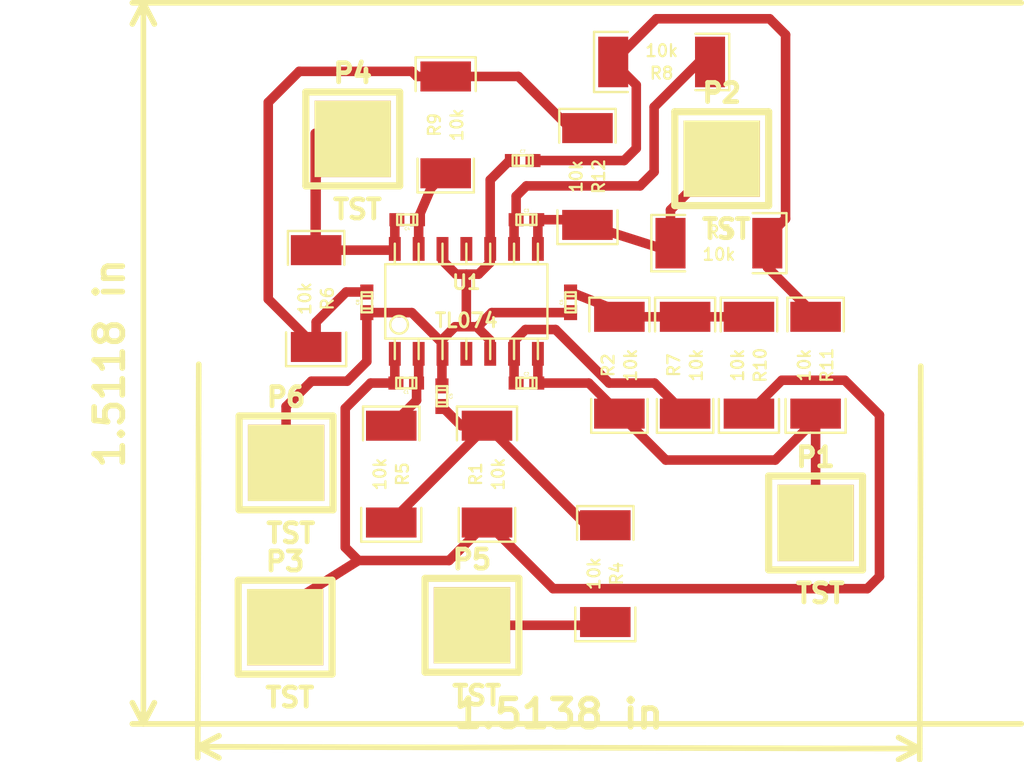
<source format=kicad_pcb>
(kicad_pcb (version 3) (host pcbnew "(2013-07-07 BZR 4022)-stable")

  (general
    (links 44)
    (no_connects 0)
    (area 0 0 0 0)
    (thickness 1.6)
    (drawings 2)
    (tracks 139)
    (zones 0)
    (modules 27)
    (nets 15)
  )

  (page A3)
  (layers
    (15 F.Cu signal)
    (0 B.Cu signal)
    (16 B.Adhes user)
    (17 F.Adhes user)
    (18 B.Paste user)
    (19 F.Paste user)
    (20 B.SilkS user)
    (21 F.SilkS user)
    (22 B.Mask user)
    (23 F.Mask user)
    (24 Dwgs.User user)
    (25 Cmts.User user)
    (26 Eco1.User user)
    (27 Eco2.User user)
    (28 Edge.Cuts user)
  )

  (setup
    (last_trace_width 0.508)
    (user_trace_width 0.508)
    (trace_clearance 0.254)
    (zone_clearance 0.508)
    (zone_45_only no)
    (trace_min 0.254)
    (segment_width 0.2)
    (edge_width 0.1)
    (via_size 0.889)
    (via_drill 0.635)
    (via_min_size 0.889)
    (via_min_drill 0.508)
    (uvia_size 0.508)
    (uvia_drill 0.127)
    (uvias_allowed no)
    (uvia_min_size 0.508)
    (uvia_min_drill 0.127)
    (pcb_text_width 0.3)
    (pcb_text_size 1.5 1.5)
    (mod_edge_width 0.15)
    (mod_text_size 1 1)
    (mod_text_width 0.15)
    (pad_size 1.5 1.5)
    (pad_drill 0.6)
    (pad_to_mask_clearance 0)
    (aux_axis_origin 0 0)
    (visible_elements FFFFFFBF)
    (pcbplotparams
      (layerselection 3178497)
      (usegerberextensions true)
      (excludeedgelayer true)
      (linewidth 0.150000)
      (plotframeref false)
      (viasonmask false)
      (mode 1)
      (useauxorigin false)
      (hpglpennumber 1)
      (hpglpenspeed 20)
      (hpglpendiameter 15)
      (hpglpenoverlay 2)
      (psnegative false)
      (psa4output false)
      (plotreference true)
      (plotvalue true)
      (plotothertext true)
      (plotinvisibletext false)
      (padsonsilk false)
      (subtractmaskfromsilk false)
      (outputformat 1)
      (mirror false)
      (drillshape 1)
      (scaleselection 1)
      (outputdirectory ""))
  )

  (net 0 "")
  (net 1 AGND)
  (net 2 N-0000010)
  (net 3 N-0000011)
  (net 4 N-0000012)
  (net 5 N-0000013)
  (net 6 N-0000014)
  (net 7 N-0000015)
  (net 8 N-0000016)
  (net 9 N-000002)
  (net 10 N-000005)
  (net 11 N-000006)
  (net 12 N-000007)
  (net 13 N-000008)
  (net 14 N-000009)

  (net_class Default "This is the default net class."
    (clearance 0.254)
    (trace_width 0.254)
    (via_dia 0.889)
    (via_drill 0.635)
    (uvia_dia 0.508)
    (uvia_drill 0.127)
    (add_net "")
    (add_net AGND)
    (add_net N-0000010)
    (add_net N-0000011)
    (add_net N-0000012)
    (add_net N-0000013)
    (add_net N-0000014)
    (add_net N-0000015)
    (add_net N-0000016)
    (add_net N-000002)
    (add_net N-000005)
    (add_net N-000006)
    (add_net N-000007)
    (add_net N-000008)
    (add_net N-000009)
  )

  (module so-14 (layer F.Cu) (tedit 48A6BF8F) (tstamp 53166A09)
    (at 41.4 31.3)
    (descr SO-14)
    (path /5316679D)
    (attr smd)
    (fp_text reference U1 (at 0 -1.016) (layer F.SilkS)
      (effects (font (size 0.7493 0.7493) (thickness 0.14986)))
    )
    (fp_text value TL074 (at 0 1.016) (layer F.SilkS)
      (effects (font (size 0.7493 0.7493) (thickness 0.14986)))
    )
    (fp_line (start -4.318 -1.9812) (end -4.318 1.9812) (layer F.SilkS) (width 0.127))
    (fp_line (start -4.318 1.9812) (end 4.318 1.9812) (layer F.SilkS) (width 0.127))
    (fp_line (start 4.318 1.9812) (end 4.318 -1.9812) (layer F.SilkS) (width 0.127))
    (fp_line (start 4.318 -1.9812) (end -4.318 -1.9812) (layer F.SilkS) (width 0.127))
    (fp_line (start -2.54 -1.9812) (end -2.54 -3.0734) (layer F.SilkS) (width 0.127))
    (fp_line (start -1.27 -1.9812) (end -1.27 -3.0734) (layer F.SilkS) (width 0.127))
    (fp_line (start 0 -1.9812) (end 0 -3.0734) (layer F.SilkS) (width 0.127))
    (fp_line (start -3.81 -1.9812) (end -3.81 -3.0734) (layer F.SilkS) (width 0.127))
    (fp_line (start 1.27 -3.0734) (end 1.27 -1.9812) (layer F.SilkS) (width 0.127))
    (fp_line (start 2.54 -3.0734) (end 2.54 -1.9812) (layer F.SilkS) (width 0.127))
    (fp_line (start 3.81 -3.0734) (end 3.81 -1.9812) (layer F.SilkS) (width 0.127))
    (fp_line (start 3.81 1.9812) (end 3.81 3.0734) (layer F.SilkS) (width 0.127))
    (fp_line (start 2.54 1.9812) (end 2.54 3.0734) (layer F.SilkS) (width 0.127))
    (fp_line (start -3.81 1.9812) (end -3.81 3.0734) (layer F.SilkS) (width 0.127))
    (fp_line (start -2.54 3.0734) (end -2.54 1.9812) (layer F.SilkS) (width 0.127))
    (fp_line (start 1.27 3.0734) (end 1.27 1.9812) (layer F.SilkS) (width 0.127))
    (fp_line (start 0 3.0734) (end 0 1.9812) (layer F.SilkS) (width 0.127))
    (fp_line (start -1.27 3.0734) (end -1.27 1.9812) (layer F.SilkS) (width 0.127))
    (fp_circle (center -3.5814 1.2446) (end -3.8608 1.6256) (layer F.SilkS) (width 0.127))
    (pad 1 smd rect (at -3.81 2.794) (size 0.635 1.27)
      (layers F.Cu F.Paste F.Mask)
      (net 12 N-000007)
    )
    (pad 2 smd rect (at -2.54 2.794) (size 0.635 1.27)
      (layers F.Cu F.Paste F.Mask)
      (net 9 N-000002)
    )
    (pad 3 smd rect (at -1.27 2.794) (size 0.635 1.27)
      (layers F.Cu F.Paste F.Mask)
      (net 1 AGND)
    )
    (pad 4 smd rect (at 0 2.794) (size 0.635 1.27)
      (layers F.Cu F.Paste F.Mask)
    )
    (pad 5 smd rect (at 1.27 2.794) (size 0.635 1.27)
      (layers F.Cu F.Paste F.Mask)
      (net 1 AGND)
    )
    (pad 6 smd rect (at 2.54 2.794) (size 0.635 1.27)
      (layers F.Cu F.Paste F.Mask)
      (net 13 N-000008)
    )
    (pad 7 smd rect (at 3.81 2.794) (size 0.635 1.27)
      (layers F.Cu F.Paste F.Mask)
      (net 6 N-0000014)
    )
    (pad 8 smd rect (at 3.81 -2.794) (size 0.635 1.27)
      (layers F.Cu F.Paste F.Mask)
      (net 10 N-000005)
    )
    (pad 9 smd rect (at 2.54 -2.794) (size 0.635 1.27)
      (layers F.Cu F.Paste F.Mask)
      (net 14 N-000009)
    )
    (pad 10 smd rect (at 1.27 -2.794) (size 0.635 1.27)
      (layers F.Cu F.Paste F.Mask)
      (net 1 AGND)
    )
    (pad 11 smd rect (at 0 -2.794) (size 0.635 1.27)
      (layers F.Cu F.Paste F.Mask)
    )
    (pad 12 smd rect (at -1.27 -2.794) (size 0.635 1.27)
      (layers F.Cu F.Paste F.Mask)
      (net 1 AGND)
    )
    (pad 13 smd rect (at -2.54 -2.794) (size 0.635 1.27)
      (layers F.Cu F.Paste F.Mask)
      (net 11 N-000006)
    )
    (pad 14 smd rect (at -3.81 -2.794) (size 0.635 1.27)
      (layers F.Cu F.Paste F.Mask)
      (net 8 N-0000016)
    )
    (model smd/smd_dil/so-14.wrl
      (at (xyz 0 0 0))
      (scale (xyz 1 1 1))
      (rotate (xyz 0 0 0))
    )
  )

  (module r_2010 (layer F.Cu) (tedit 4E57AD50) (tstamp 53166A15)
    (at 47.85 24.65 270)
    (descr "SMT resistor, 2010")
    (path /530A9780)
    (fp_text reference R12 (at 0 -0.59944 270) (layer F.SilkS)
      (effects (font (size 0.635 0.635) (thickness 0.11938)))
    )
    (fp_text value 10k (at 0 0.59944 270) (layer F.SilkS)
      (effects (font (size 0.635 0.635) (thickness 0.11938)))
    )
    (fp_line (start 1.80086 -1.6002) (end 3.59918 -1.6002) (layer F.SilkS) (width 0.127))
    (fp_line (start 3.59918 -1.6002) (end 3.59918 1.6002) (layer F.SilkS) (width 0.127))
    (fp_line (start 3.59918 1.6002) (end 1.80086 1.6002) (layer F.SilkS) (width 0.127))
    (fp_line (start -1.80086 -1.50114) (end -3.59918 -1.50114) (layer F.SilkS) (width 0.127))
    (fp_line (start -3.59918 -1.50114) (end -3.59918 1.50114) (layer F.SilkS) (width 0.127))
    (fp_line (start -3.59918 1.50114) (end -1.80086 1.50114) (layer F.SilkS) (width 0.127))
    (pad 1 smd rect (at 2.5781 0 270) (size 1.6002 2.6924)
      (layers F.Cu F.Paste F.Mask)
      (net 10 N-000005)
    )
    (pad 2 smd rect (at -2.5781 0 270) (size 1.6002 2.6924)
      (layers F.Cu F.Paste F.Mask)
      (net 4 N-0000012)
    )
    (model smd/resistors/r_2010.wrl
      (at (xyz 0 0 0))
      (scale (xyz 1 1 1))
      (rotate (xyz 0 0 0))
    )
  )

  (module r_2010 (layer F.Cu) (tedit 4E57AD50) (tstamp 53166A21)
    (at 53.05 34.7 90)
    (descr "SMT resistor, 2010")
    (path /53166DF4)
    (fp_text reference R7 (at 0 -0.59944 90) (layer F.SilkS)
      (effects (font (size 0.635 0.635) (thickness 0.11938)))
    )
    (fp_text value 10k (at 0 0.59944 90) (layer F.SilkS)
      (effects (font (size 0.635 0.635) (thickness 0.11938)))
    )
    (fp_line (start 1.80086 -1.6002) (end 3.59918 -1.6002) (layer F.SilkS) (width 0.127))
    (fp_line (start 3.59918 -1.6002) (end 3.59918 1.6002) (layer F.SilkS) (width 0.127))
    (fp_line (start 3.59918 1.6002) (end 1.80086 1.6002) (layer F.SilkS) (width 0.127))
    (fp_line (start -1.80086 -1.50114) (end -3.59918 -1.50114) (layer F.SilkS) (width 0.127))
    (fp_line (start -3.59918 -1.50114) (end -3.59918 1.50114) (layer F.SilkS) (width 0.127))
    (fp_line (start -3.59918 1.50114) (end -1.80086 1.50114) (layer F.SilkS) (width 0.127))
    (pad 1 smd rect (at 2.5781 0 90) (size 1.6002 2.6924)
      (layers F.Cu F.Paste F.Mask)
      (net 5 N-0000013)
    )
    (pad 2 smd rect (at -2.5781 0 90) (size 1.6002 2.6924)
      (layers F.Cu F.Paste F.Mask)
      (net 13 N-000008)
    )
    (model smd/resistors/r_2010.wrl
      (at (xyz 0 0 0))
      (scale (xyz 1 1 1))
      (rotate (xyz 0 0 0))
    )
  )

  (module r_2010 (layer F.Cu) (tedit 4E57AD50) (tstamp 53166A2D)
    (at 33.4 31.15 270)
    (descr "SMT resistor, 2010")
    (path /530A9798)
    (fp_text reference R6 (at 0 -0.59944 270) (layer F.SilkS)
      (effects (font (size 0.635 0.635) (thickness 0.11938)))
    )
    (fp_text value 10k (at 0 0.59944 270) (layer F.SilkS)
      (effects (font (size 0.635 0.635) (thickness 0.11938)))
    )
    (fp_line (start 1.80086 -1.6002) (end 3.59918 -1.6002) (layer F.SilkS) (width 0.127))
    (fp_line (start 3.59918 -1.6002) (end 3.59918 1.6002) (layer F.SilkS) (width 0.127))
    (fp_line (start 3.59918 1.6002) (end 1.80086 1.6002) (layer F.SilkS) (width 0.127))
    (fp_line (start -1.80086 -1.50114) (end -3.59918 -1.50114) (layer F.SilkS) (width 0.127))
    (fp_line (start -3.59918 -1.50114) (end -3.59918 1.50114) (layer F.SilkS) (width 0.127))
    (fp_line (start -3.59918 1.50114) (end -1.80086 1.50114) (layer F.SilkS) (width 0.127))
    (pad 1 smd rect (at 2.5781 0 270) (size 1.6002 2.6924)
      (layers F.Cu F.Paste F.Mask)
      (net 4 N-0000012)
    )
    (pad 2 smd rect (at -2.5781 0 270) (size 1.6002 2.6924)
      (layers F.Cu F.Paste F.Mask)
      (net 8 N-0000016)
    )
    (model smd/resistors/r_2010.wrl
      (at (xyz 0 0 0))
      (scale (xyz 1 1 1))
      (rotate (xyz 0 0 0))
    )
  )

  (module r_2010 (layer F.Cu) (tedit 4E57AD50) (tstamp 53166A39)
    (at 40.3 21.9 90)
    (descr "SMT resistor, 2010")
    (path /530A9786)
    (fp_text reference R9 (at 0 -0.59944 90) (layer F.SilkS)
      (effects (font (size 0.635 0.635) (thickness 0.11938)))
    )
    (fp_text value 10k (at 0 0.59944 90) (layer F.SilkS)
      (effects (font (size 0.635 0.635) (thickness 0.11938)))
    )
    (fp_line (start 1.80086 -1.6002) (end 3.59918 -1.6002) (layer F.SilkS) (width 0.127))
    (fp_line (start 3.59918 -1.6002) (end 3.59918 1.6002) (layer F.SilkS) (width 0.127))
    (fp_line (start 3.59918 1.6002) (end 1.80086 1.6002) (layer F.SilkS) (width 0.127))
    (fp_line (start -1.80086 -1.50114) (end -3.59918 -1.50114) (layer F.SilkS) (width 0.127))
    (fp_line (start -3.59918 -1.50114) (end -3.59918 1.50114) (layer F.SilkS) (width 0.127))
    (fp_line (start -3.59918 1.50114) (end -1.80086 1.50114) (layer F.SilkS) (width 0.127))
    (pad 1 smd rect (at 2.5781 0 90) (size 1.6002 2.6924)
      (layers F.Cu F.Paste F.Mask)
      (net 4 N-0000012)
    )
    (pad 2 smd rect (at -2.5781 0 90) (size 1.6002 2.6924)
      (layers F.Cu F.Paste F.Mask)
      (net 11 N-000006)
    )
    (model smd/resistors/r_2010.wrl
      (at (xyz 0 0 0))
      (scale (xyz 1 1 1))
      (rotate (xyz 0 0 0))
    )
  )

  (module r_2010 (layer F.Cu) (tedit 4E57AD50) (tstamp 53166A45)
    (at 48.8 45.8 270)
    (descr "SMT resistor, 2010")
    (path /53026A05)
    (fp_text reference R4 (at 0 -0.59944 270) (layer F.SilkS)
      (effects (font (size 0.635 0.635) (thickness 0.11938)))
    )
    (fp_text value 10k (at 0 0.59944 270) (layer F.SilkS)
      (effects (font (size 0.635 0.635) (thickness 0.11938)))
    )
    (fp_line (start 1.80086 -1.6002) (end 3.59918 -1.6002) (layer F.SilkS) (width 0.127))
    (fp_line (start 3.59918 -1.6002) (end 3.59918 1.6002) (layer F.SilkS) (width 0.127))
    (fp_line (start 3.59918 1.6002) (end 1.80086 1.6002) (layer F.SilkS) (width 0.127))
    (fp_line (start -1.80086 -1.50114) (end -3.59918 -1.50114) (layer F.SilkS) (width 0.127))
    (fp_line (start -3.59918 -1.50114) (end -3.59918 1.50114) (layer F.SilkS) (width 0.127))
    (fp_line (start -3.59918 1.50114) (end -1.80086 1.50114) (layer F.SilkS) (width 0.127))
    (pad 1 smd rect (at 2.5781 0 270) (size 1.6002 2.6924)
      (layers F.Cu F.Paste F.Mask)
      (net 7 N-0000015)
    )
    (pad 2 smd rect (at -2.5781 0 270) (size 1.6002 2.6924)
      (layers F.Cu F.Paste F.Mask)
      (net 3 N-0000011)
    )
    (model smd/resistors/r_2010.wrl
      (at (xyz 0 0 0))
      (scale (xyz 1 1 1))
      (rotate (xyz 0 0 0))
    )
  )

  (module r_2010 (layer F.Cu) (tedit 4E57AD50) (tstamp 53166A51)
    (at 54.85 28.2)
    (descr "SMT resistor, 2010")
    (path /530A94AE)
    (fp_text reference R3 (at 0 -0.59944) (layer F.SilkS)
      (effects (font (size 0.635 0.635) (thickness 0.11938)))
    )
    (fp_text value 10k (at 0 0.59944) (layer F.SilkS)
      (effects (font (size 0.635 0.635) (thickness 0.11938)))
    )
    (fp_line (start 1.80086 -1.6002) (end 3.59918 -1.6002) (layer F.SilkS) (width 0.127))
    (fp_line (start 3.59918 -1.6002) (end 3.59918 1.6002) (layer F.SilkS) (width 0.127))
    (fp_line (start 3.59918 1.6002) (end 1.80086 1.6002) (layer F.SilkS) (width 0.127))
    (fp_line (start -1.80086 -1.50114) (end -3.59918 -1.50114) (layer F.SilkS) (width 0.127))
    (fp_line (start -3.59918 -1.50114) (end -3.59918 1.50114) (layer F.SilkS) (width 0.127))
    (fp_line (start -3.59918 1.50114) (end -1.80086 1.50114) (layer F.SilkS) (width 0.127))
    (pad 1 smd rect (at 2.5781 0) (size 1.6002 2.6924)
      (layers F.Cu F.Paste F.Mask)
      (net 2 N-0000010)
    )
    (pad 2 smd rect (at -2.5781 0) (size 1.6002 2.6924)
      (layers F.Cu F.Paste F.Mask)
      (net 10 N-000005)
    )
    (model smd/resistors/r_2010.wrl
      (at (xyz 0 0 0))
      (scale (xyz 1 1 1))
      (rotate (xyz 0 0 0))
    )
  )

  (module r_2010 (layer F.Cu) (tedit 4E57AD50) (tstamp 53166A5D)
    (at 51.8 18.55 180)
    (descr "SMT resistor, 2010")
    (path /530A949C)
    (fp_text reference R8 (at 0 -0.59944 180) (layer F.SilkS)
      (effects (font (size 0.635 0.635) (thickness 0.11938)))
    )
    (fp_text value 10k (at 0 0.59944 180) (layer F.SilkS)
      (effects (font (size 0.635 0.635) (thickness 0.11938)))
    )
    (fp_line (start 1.80086 -1.6002) (end 3.59918 -1.6002) (layer F.SilkS) (width 0.127))
    (fp_line (start 3.59918 -1.6002) (end 3.59918 1.6002) (layer F.SilkS) (width 0.127))
    (fp_line (start 3.59918 1.6002) (end 1.80086 1.6002) (layer F.SilkS) (width 0.127))
    (fp_line (start -1.80086 -1.50114) (end -3.59918 -1.50114) (layer F.SilkS) (width 0.127))
    (fp_line (start -3.59918 -1.50114) (end -3.59918 1.50114) (layer F.SilkS) (width 0.127))
    (fp_line (start -3.59918 1.50114) (end -1.80086 1.50114) (layer F.SilkS) (width 0.127))
    (pad 1 smd rect (at 2.5781 0 180) (size 1.6002 2.6924)
      (layers F.Cu F.Paste F.Mask)
      (net 2 N-0000010)
    )
    (pad 2 smd rect (at -2.5781 0 180) (size 1.6002 2.6924)
      (layers F.Cu F.Paste F.Mask)
      (net 14 N-000009)
    )
    (model smd/resistors/r_2010.wrl
      (at (xyz 0 0 0))
      (scale (xyz 1 1 1))
      (rotate (xyz 0 0 0))
    )
  )

  (module r_2010 (layer F.Cu) (tedit 4E57AD50) (tstamp 53166A69)
    (at 42.5 40.5 90)
    (descr "SMT resistor, 2010")
    (path /53026A24)
    (fp_text reference R1 (at 0 -0.59944 90) (layer F.SilkS)
      (effects (font (size 0.635 0.635) (thickness 0.11938)))
    )
    (fp_text value 10k (at 0 0.59944 90) (layer F.SilkS)
      (effects (font (size 0.635 0.635) (thickness 0.11938)))
    )
    (fp_line (start 1.80086 -1.6002) (end 3.59918 -1.6002) (layer F.SilkS) (width 0.127))
    (fp_line (start 3.59918 -1.6002) (end 3.59918 1.6002) (layer F.SilkS) (width 0.127))
    (fp_line (start 3.59918 1.6002) (end 1.80086 1.6002) (layer F.SilkS) (width 0.127))
    (fp_line (start -1.80086 -1.50114) (end -3.59918 -1.50114) (layer F.SilkS) (width 0.127))
    (fp_line (start -3.59918 -1.50114) (end -3.59918 1.50114) (layer F.SilkS) (width 0.127))
    (fp_line (start -3.59918 1.50114) (end -1.80086 1.50114) (layer F.SilkS) (width 0.127))
    (pad 1 smd rect (at 2.5781 0 90) (size 1.6002 2.6924)
      (layers F.Cu F.Paste F.Mask)
      (net 3 N-0000011)
    )
    (pad 2 smd rect (at -2.5781 0 90) (size 1.6002 2.6924)
      (layers F.Cu F.Paste F.Mask)
      (net 12 N-000007)
    )
    (model smd/resistors/r_2010.wrl
      (at (xyz 0 0 0))
      (scale (xyz 1 1 1))
      (rotate (xyz 0 0 0))
    )
  )

  (module r_2010 (layer F.Cu) (tedit 4E57AD50) (tstamp 53166A75)
    (at 37.4 40.5 270)
    (descr "SMT resistor, 2010")
    (path /53026A0B)
    (fp_text reference R5 (at 0 -0.59944 270) (layer F.SilkS)
      (effects (font (size 0.635 0.635) (thickness 0.11938)))
    )
    (fp_text value 10k (at 0 0.59944 270) (layer F.SilkS)
      (effects (font (size 0.635 0.635) (thickness 0.11938)))
    )
    (fp_line (start 1.80086 -1.6002) (end 3.59918 -1.6002) (layer F.SilkS) (width 0.127))
    (fp_line (start 3.59918 -1.6002) (end 3.59918 1.6002) (layer F.SilkS) (width 0.127))
    (fp_line (start 3.59918 1.6002) (end 1.80086 1.6002) (layer F.SilkS) (width 0.127))
    (fp_line (start -1.80086 -1.50114) (end -3.59918 -1.50114) (layer F.SilkS) (width 0.127))
    (fp_line (start -3.59918 -1.50114) (end -3.59918 1.50114) (layer F.SilkS) (width 0.127))
    (fp_line (start -3.59918 1.50114) (end -1.80086 1.50114) (layer F.SilkS) (width 0.127))
    (pad 1 smd rect (at 2.5781 0 270) (size 1.6002 2.6924)
      (layers F.Cu F.Paste F.Mask)
      (net 3 N-0000011)
    )
    (pad 2 smd rect (at -2.5781 0 270) (size 1.6002 2.6924)
      (layers F.Cu F.Paste F.Mask)
      (net 9 N-000002)
    )
    (model smd/resistors/r_2010.wrl
      (at (xyz 0 0 0))
      (scale (xyz 1 1 1))
      (rotate (xyz 0 0 0))
    )
  )

  (module r_2010 (layer F.Cu) (tedit 4E57AD50) (tstamp 53166A81)
    (at 60 34.7 270)
    (descr "SMT resistor, 2010")
    (path /530A9496)
    (fp_text reference R11 (at 0 -0.59944 270) (layer F.SilkS)
      (effects (font (size 0.635 0.635) (thickness 0.11938)))
    )
    (fp_text value 10k (at 0 0.59944 270) (layer F.SilkS)
      (effects (font (size 0.635 0.635) (thickness 0.11938)))
    )
    (fp_line (start 1.80086 -1.6002) (end 3.59918 -1.6002) (layer F.SilkS) (width 0.127))
    (fp_line (start 3.59918 -1.6002) (end 3.59918 1.6002) (layer F.SilkS) (width 0.127))
    (fp_line (start 3.59918 1.6002) (end 1.80086 1.6002) (layer F.SilkS) (width 0.127))
    (fp_line (start -1.80086 -1.50114) (end -3.59918 -1.50114) (layer F.SilkS) (width 0.127))
    (fp_line (start -3.59918 -1.50114) (end -3.59918 1.50114) (layer F.SilkS) (width 0.127))
    (fp_line (start -3.59918 1.50114) (end -1.80086 1.50114) (layer F.SilkS) (width 0.127))
    (pad 1 smd rect (at 2.5781 0 270) (size 1.6002 2.6924)
      (layers F.Cu F.Paste F.Mask)
      (net 6 N-0000014)
    )
    (pad 2 smd rect (at -2.5781 0 270) (size 1.6002 2.6924)
      (layers F.Cu F.Paste F.Mask)
      (net 2 N-0000010)
    )
    (model smd/resistors/r_2010.wrl
      (at (xyz 0 0 0))
      (scale (xyz 1 1 1))
      (rotate (xyz 0 0 0))
    )
  )

  (module r_2010 (layer F.Cu) (tedit 4E57AD50) (tstamp 53166A8D)
    (at 56.45 34.7 270)
    (descr "SMT resistor, 2010")
    (path /53096FDC)
    (fp_text reference R10 (at 0 -0.59944 270) (layer F.SilkS)
      (effects (font (size 0.635 0.635) (thickness 0.11938)))
    )
    (fp_text value 10k (at 0 0.59944 270) (layer F.SilkS)
      (effects (font (size 0.635 0.635) (thickness 0.11938)))
    )
    (fp_line (start 1.80086 -1.6002) (end 3.59918 -1.6002) (layer F.SilkS) (width 0.127))
    (fp_line (start 3.59918 -1.6002) (end 3.59918 1.6002) (layer F.SilkS) (width 0.127))
    (fp_line (start 3.59918 1.6002) (end 1.80086 1.6002) (layer F.SilkS) (width 0.127))
    (fp_line (start -1.80086 -1.50114) (end -3.59918 -1.50114) (layer F.SilkS) (width 0.127))
    (fp_line (start -3.59918 -1.50114) (end -3.59918 1.50114) (layer F.SilkS) (width 0.127))
    (fp_line (start -3.59918 1.50114) (end -1.80086 1.50114) (layer F.SilkS) (width 0.127))
    (pad 1 smd rect (at 2.5781 0 270) (size 1.6002 2.6924)
      (layers F.Cu F.Paste F.Mask)
      (net 12 N-000007)
    )
    (pad 2 smd rect (at -2.5781 0 270) (size 1.6002 2.6924)
      (layers F.Cu F.Paste F.Mask)
      (net 5 N-0000013)
    )
    (model smd/resistors/r_2010.wrl
      (at (xyz 0 0 0))
      (scale (xyz 1 1 1))
      (rotate (xyz 0 0 0))
    )
  )

  (module r_2010 (layer F.Cu) (tedit 4E57AD50) (tstamp 53166A99)
    (at 49.55 34.7 90)
    (descr "SMT resistor, 2010")
    (path /53096FF4)
    (fp_text reference R2 (at 0 -0.59944 90) (layer F.SilkS)
      (effects (font (size 0.635 0.635) (thickness 0.11938)))
    )
    (fp_text value 10k (at 0 0.59944 90) (layer F.SilkS)
      (effects (font (size 0.635 0.635) (thickness 0.11938)))
    )
    (fp_line (start 1.80086 -1.6002) (end 3.59918 -1.6002) (layer F.SilkS) (width 0.127))
    (fp_line (start 3.59918 -1.6002) (end 3.59918 1.6002) (layer F.SilkS) (width 0.127))
    (fp_line (start 3.59918 1.6002) (end 1.80086 1.6002) (layer F.SilkS) (width 0.127))
    (fp_line (start -1.80086 -1.50114) (end -3.59918 -1.50114) (layer F.SilkS) (width 0.127))
    (fp_line (start -3.59918 -1.50114) (end -3.59918 1.50114) (layer F.SilkS) (width 0.127))
    (fp_line (start -3.59918 1.50114) (end -1.80086 1.50114) (layer F.SilkS) (width 0.127))
    (pad 1 smd rect (at 2.5781 0 90) (size 1.6002 2.6924)
      (layers F.Cu F.Paste F.Mask)
      (net 5 N-0000013)
    )
    (pad 2 smd rect (at -2.5781 0 90) (size 1.6002 2.6924)
      (layers F.Cu F.Paste F.Mask)
      (net 6 N-0000014)
    )
    (model smd/resistors/r_2010.wrl
      (at (xyz 0 0 0))
      (scale (xyz 1 1 1))
      (rotate (xyz 0 0 0))
    )
  )

  (module c_0402 (layer F.Cu) (tedit 49047259) (tstamp 53166AA5)
    (at 46.95 31.35 90)
    (descr "SMT capacitor, 0402")
    (path /53096FE8)
    (fp_text reference C6 (at 0 -0.4826 90) (layer F.SilkS)
      (effects (font (size 0.1524 0.1524) (thickness 0.03048)))
    )
    (fp_text value 1.15nF (at 0 0.4826 90) (layer F.SilkS) hide
      (effects (font (size 0.1524 0.1524) (thickness 0.03048)))
    )
    (fp_line (start 0.3302 -0.2794) (end 0.3302 0.2794) (layer F.SilkS) (width 0.127))
    (fp_line (start -0.3302 -0.2794) (end -0.3302 0.2794) (layer F.SilkS) (width 0.127))
    (fp_line (start -0.5334 -0.2794) (end -0.5334 0.2794) (layer F.SilkS) (width 0.127))
    (fp_line (start -0.5334 0.2794) (end 0.5334 0.2794) (layer F.SilkS) (width 0.127))
    (fp_line (start 0.5334 0.2794) (end 0.5334 -0.2794) (layer F.SilkS) (width 0.127))
    (fp_line (start 0.5334 -0.2794) (end -0.5334 -0.2794) (layer F.SilkS) (width 0.127))
    (pad 1 smd rect (at 0.54864 0 90) (size 0.8001 0.6985)
      (layers F.Cu F.Paste F.Mask)
      (net 5 N-0000013)
    )
    (pad 2 smd rect (at -0.54864 0 90) (size 0.8001 0.6985)
      (layers F.Cu F.Paste F.Mask)
      (net 1 AGND)
    )
    (model smd/capacitors/c_0402.wrl
      (at (xyz 0 0 0))
      (scale (xyz 1 1 1))
      (rotate (xyz 0 0 0))
    )
  )

  (module c_0402 (layer F.Cu) (tedit 49047259) (tstamp 53166AB1)
    (at 44.6 26.95)
    (descr "SMT capacitor, 0402")
    (path /530A94A8)
    (fp_text reference C3 (at 0 -0.4826) (layer F.SilkS)
      (effects (font (size 0.1524 0.1524) (thickness 0.03048)))
    )
    (fp_text value 237pF (at 0 0.4826) (layer F.SilkS) hide
      (effects (font (size 0.1524 0.1524) (thickness 0.03048)))
    )
    (fp_line (start 0.3302 -0.2794) (end 0.3302 0.2794) (layer F.SilkS) (width 0.127))
    (fp_line (start -0.3302 -0.2794) (end -0.3302 0.2794) (layer F.SilkS) (width 0.127))
    (fp_line (start -0.5334 -0.2794) (end -0.5334 0.2794) (layer F.SilkS) (width 0.127))
    (fp_line (start -0.5334 0.2794) (end 0.5334 0.2794) (layer F.SilkS) (width 0.127))
    (fp_line (start 0.5334 0.2794) (end 0.5334 -0.2794) (layer F.SilkS) (width 0.127))
    (fp_line (start 0.5334 -0.2794) (end -0.5334 -0.2794) (layer F.SilkS) (width 0.127))
    (pad 1 smd rect (at 0.54864 0) (size 0.8001 0.6985)
      (layers F.Cu F.Paste F.Mask)
      (net 10 N-000005)
    )
    (pad 2 smd rect (at -0.54864 0) (size 0.8001 0.6985)
      (layers F.Cu F.Paste F.Mask)
      (net 14 N-000009)
    )
    (model smd/capacitors/c_0402.wrl
      (at (xyz 0 0 0))
      (scale (xyz 1 1 1))
      (rotate (xyz 0 0 0))
    )
  )

  (module c_0402 (layer F.Cu) (tedit 49047259) (tstamp 53166ABD)
    (at 36.1 31.35 90)
    (descr "SMT capacitor, 0402")
    (path /530A978C)
    (fp_text reference C8 (at 0 -0.4826 90) (layer F.SilkS)
      (effects (font (size 0.1524 0.1524) (thickness 0.03048)))
    )
    (fp_text value 4.87nF (at 0 0.4826 90) (layer F.SilkS) hide
      (effects (font (size 0.1524 0.1524) (thickness 0.03048)))
    )
    (fp_line (start 0.3302 -0.2794) (end 0.3302 0.2794) (layer F.SilkS) (width 0.127))
    (fp_line (start -0.3302 -0.2794) (end -0.3302 0.2794) (layer F.SilkS) (width 0.127))
    (fp_line (start -0.5334 -0.2794) (end -0.5334 0.2794) (layer F.SilkS) (width 0.127))
    (fp_line (start -0.5334 0.2794) (end 0.5334 0.2794) (layer F.SilkS) (width 0.127))
    (fp_line (start 0.5334 0.2794) (end 0.5334 -0.2794) (layer F.SilkS) (width 0.127))
    (fp_line (start 0.5334 -0.2794) (end -0.5334 -0.2794) (layer F.SilkS) (width 0.127))
    (pad 1 smd rect (at 0.54864 0 90) (size 0.8001 0.6985)
      (layers F.Cu F.Paste F.Mask)
      (net 4 N-0000012)
    )
    (pad 2 smd rect (at -0.54864 0 90) (size 0.8001 0.6985)
      (layers F.Cu F.Paste F.Mask)
      (net 1 AGND)
    )
    (model smd/capacitors/c_0402.wrl
      (at (xyz 0 0 0))
      (scale (xyz 1 1 1))
      (rotate (xyz 0 0 0))
    )
  )

  (module c_0402 (layer F.Cu) (tedit 49047259) (tstamp 53166AC9)
    (at 38.25 26.95 180)
    (descr "SMT capacitor, 0402")
    (path /530A9792)
    (fp_text reference C4 (at 0 -0.4826 180) (layer F.SilkS)
      (effects (font (size 0.1524 0.1524) (thickness 0.03048)))
    )
    (fp_text value 82.5pF (at 0 0.4826 180) (layer F.SilkS) hide
      (effects (font (size 0.1524 0.1524) (thickness 0.03048)))
    )
    (fp_line (start 0.3302 -0.2794) (end 0.3302 0.2794) (layer F.SilkS) (width 0.127))
    (fp_line (start -0.3302 -0.2794) (end -0.3302 0.2794) (layer F.SilkS) (width 0.127))
    (fp_line (start -0.5334 -0.2794) (end -0.5334 0.2794) (layer F.SilkS) (width 0.127))
    (fp_line (start -0.5334 0.2794) (end 0.5334 0.2794) (layer F.SilkS) (width 0.127))
    (fp_line (start 0.5334 0.2794) (end 0.5334 -0.2794) (layer F.SilkS) (width 0.127))
    (fp_line (start 0.5334 -0.2794) (end -0.5334 -0.2794) (layer F.SilkS) (width 0.127))
    (pad 1 smd rect (at 0.54864 0 180) (size 0.8001 0.6985)
      (layers F.Cu F.Paste F.Mask)
      (net 8 N-0000016)
    )
    (pad 2 smd rect (at -0.54864 0 180) (size 0.8001 0.6985)
      (layers F.Cu F.Paste F.Mask)
      (net 11 N-000006)
    )
    (model smd/capacitors/c_0402.wrl
      (at (xyz 0 0 0))
      (scale (xyz 1 1 1))
      (rotate (xyz 0 0 0))
    )
  )

  (module c_0402 (layer F.Cu) (tedit 49047259) (tstamp 53166AD5)
    (at 44.4 23.8)
    (descr "SMT capacitor, 0402")
    (path /530A94A2)
    (fp_text reference C7 (at 0 -0.4826) (layer F.SilkS)
      (effects (font (size 0.1524 0.1524) (thickness 0.03048)))
    )
    (fp_text value 1.74nF (at 0 0.4826) (layer F.SilkS) hide
      (effects (font (size 0.1524 0.1524) (thickness 0.03048)))
    )
    (fp_line (start 0.3302 -0.2794) (end 0.3302 0.2794) (layer F.SilkS) (width 0.127))
    (fp_line (start -0.3302 -0.2794) (end -0.3302 0.2794) (layer F.SilkS) (width 0.127))
    (fp_line (start -0.5334 -0.2794) (end -0.5334 0.2794) (layer F.SilkS) (width 0.127))
    (fp_line (start -0.5334 0.2794) (end 0.5334 0.2794) (layer F.SilkS) (width 0.127))
    (fp_line (start 0.5334 0.2794) (end 0.5334 -0.2794) (layer F.SilkS) (width 0.127))
    (fp_line (start 0.5334 -0.2794) (end -0.5334 -0.2794) (layer F.SilkS) (width 0.127))
    (pad 1 smd rect (at 0.54864 0) (size 0.8001 0.6985)
      (layers F.Cu F.Paste F.Mask)
      (net 2 N-0000010)
    )
    (pad 2 smd rect (at -0.54864 0) (size 0.8001 0.6985)
      (layers F.Cu F.Paste F.Mask)
      (net 1 AGND)
    )
    (model smd/capacitors/c_0402.wrl
      (at (xyz 0 0 0))
      (scale (xyz 1 1 1))
      (rotate (xyz 0 0 0))
    )
  )

  (module c_0402 (layer F.Cu) (tedit 49047259) (tstamp 53166AE1)
    (at 40.1 36.35 270)
    (descr "SMT capacitor, 0402")
    (path /53026A18)
    (fp_text reference C5 (at 0 -0.4826 270) (layer F.SilkS)
      (effects (font (size 0.1524 0.1524) (thickness 0.03048)))
    )
    (fp_text value 976pF (at 0 0.4826 270) (layer F.SilkS) hide
      (effects (font (size 0.1524 0.1524) (thickness 0.03048)))
    )
    (fp_line (start 0.3302 -0.2794) (end 0.3302 0.2794) (layer F.SilkS) (width 0.127))
    (fp_line (start -0.3302 -0.2794) (end -0.3302 0.2794) (layer F.SilkS) (width 0.127))
    (fp_line (start -0.5334 -0.2794) (end -0.5334 0.2794) (layer F.SilkS) (width 0.127))
    (fp_line (start -0.5334 0.2794) (end 0.5334 0.2794) (layer F.SilkS) (width 0.127))
    (fp_line (start 0.5334 0.2794) (end 0.5334 -0.2794) (layer F.SilkS) (width 0.127))
    (fp_line (start 0.5334 -0.2794) (end -0.5334 -0.2794) (layer F.SilkS) (width 0.127))
    (pad 1 smd rect (at 0.54864 0 270) (size 0.8001 0.6985)
      (layers F.Cu F.Paste F.Mask)
      (net 3 N-0000011)
    )
    (pad 2 smd rect (at -0.54864 0 270) (size 0.8001 0.6985)
      (layers F.Cu F.Paste F.Mask)
      (net 1 AGND)
    )
    (model smd/capacitors/c_0402.wrl
      (at (xyz 0 0 0))
      (scale (xyz 1 1 1))
      (rotate (xyz 0 0 0))
    )
  )

  (module c_0402 (layer F.Cu) (tedit 49047259) (tstamp 53166AED)
    (at 44.6 35.65)
    (descr "SMT capacitor, 0402")
    (path /53096FEE)
    (fp_text reference C2 (at 0 -0.4826) (layer F.SilkS)
      (effects (font (size 0.1524 0.1524) (thickness 0.03048)))
    )
    (fp_text value 357pF (at 0 0.4826) (layer F.SilkS) hide
      (effects (font (size 0.1524 0.1524) (thickness 0.03048)))
    )
    (fp_line (start 0.3302 -0.2794) (end 0.3302 0.2794) (layer F.SilkS) (width 0.127))
    (fp_line (start -0.3302 -0.2794) (end -0.3302 0.2794) (layer F.SilkS) (width 0.127))
    (fp_line (start -0.5334 -0.2794) (end -0.5334 0.2794) (layer F.SilkS) (width 0.127))
    (fp_line (start -0.5334 0.2794) (end 0.5334 0.2794) (layer F.SilkS) (width 0.127))
    (fp_line (start 0.5334 0.2794) (end 0.5334 -0.2794) (layer F.SilkS) (width 0.127))
    (fp_line (start 0.5334 -0.2794) (end -0.5334 -0.2794) (layer F.SilkS) (width 0.127))
    (pad 1 smd rect (at 0.54864 0) (size 0.8001 0.6985)
      (layers F.Cu F.Paste F.Mask)
      (net 6 N-0000014)
    )
    (pad 2 smd rect (at -0.54864 0) (size 0.8001 0.6985)
      (layers F.Cu F.Paste F.Mask)
      (net 13 N-000008)
    )
    (model smd/capacitors/c_0402.wrl
      (at (xyz 0 0 0))
      (scale (xyz 1 1 1))
      (rotate (xyz 0 0 0))
    )
  )

  (module c_0402 (layer F.Cu) (tedit 49047259) (tstamp 53166AF9)
    (at 38.2 35.65 180)
    (descr "SMT capacitor, 0402")
    (path /53097011)
    (fp_text reference C1 (at 0 -0.4826 180) (layer F.SilkS)
      (effects (font (size 0.1524 0.1524) (thickness 0.03048)))
    )
    (fp_text value 412pF (at 0 0.4826 180) (layer F.SilkS) hide
      (effects (font (size 0.1524 0.1524) (thickness 0.03048)))
    )
    (fp_line (start 0.3302 -0.2794) (end 0.3302 0.2794) (layer F.SilkS) (width 0.127))
    (fp_line (start -0.3302 -0.2794) (end -0.3302 0.2794) (layer F.SilkS) (width 0.127))
    (fp_line (start -0.5334 -0.2794) (end -0.5334 0.2794) (layer F.SilkS) (width 0.127))
    (fp_line (start -0.5334 0.2794) (end 0.5334 0.2794) (layer F.SilkS) (width 0.127))
    (fp_line (start 0.5334 0.2794) (end 0.5334 -0.2794) (layer F.SilkS) (width 0.127))
    (fp_line (start 0.5334 -0.2794) (end -0.5334 -0.2794) (layer F.SilkS) (width 0.127))
    (pad 1 smd rect (at 0.54864 0 180) (size 0.8001 0.6985)
      (layers F.Cu F.Paste F.Mask)
      (net 12 N-000007)
    )
    (pad 2 smd rect (at -0.54864 0 180) (size 0.8001 0.6985)
      (layers F.Cu F.Paste F.Mask)
      (net 9 N-000002)
    )
    (model smd/capacitors/c_0402.wrl
      (at (xyz 0 0 0))
      (scale (xyz 1 1 1))
      (rotate (xyz 0 0 0))
    )
  )

  (module 1PIN_SMD (layer F.Cu) (tedit 4F3E5BF2) (tstamp 53166B02)
    (at 41.7 48.55)
    (descr "module 1 pin (ou trou mecanique de percage)")
    (tags DEV)
    (path /531651B7)
    (fp_text reference P5 (at 0 -3.50012) (layer F.SilkS)
      (effects (font (size 1.016 1.016) (thickness 0.254)))
    )
    (fp_text value TST (at 0.24892 3.74904) (layer F.SilkS)
      (effects (font (size 1.016 1.016) (thickness 0.254)))
    )
    (fp_line (start -2.49936 -2.49936) (end 2.49936 -2.49936) (layer F.SilkS) (width 0.381))
    (fp_line (start 2.49936 -2.49936) (end 2.49936 2.49936) (layer F.SilkS) (width 0.381))
    (fp_line (start 2.49936 2.49936) (end -2.49936 2.49936) (layer F.SilkS) (width 0.381))
    (fp_line (start -2.49936 2.49936) (end -2.49936 -2.49936) (layer F.SilkS) (width 0.381))
    (pad 1 smd rect (at 0 0) (size 4.064 4.064)
      (layers F.Cu F.Paste F.SilkS F.Mask)
      (net 7 N-0000015)
    )
  )

  (module 1PIN_SMD (layer F.Cu) (tedit 4F3E5BF2) (tstamp 53166B0B)
    (at 35.35 22.65)
    (descr "module 1 pin (ou trou mecanique de percage)")
    (tags DEV)
    (path /5316523A)
    (fp_text reference P4 (at 0 -3.50012) (layer F.SilkS)
      (effects (font (size 1.016 1.016) (thickness 0.254)))
    )
    (fp_text value TST (at 0.24892 3.74904) (layer F.SilkS)
      (effects (font (size 1.016 1.016) (thickness 0.254)))
    )
    (fp_line (start -2.49936 -2.49936) (end 2.49936 -2.49936) (layer F.SilkS) (width 0.381))
    (fp_line (start 2.49936 -2.49936) (end 2.49936 2.49936) (layer F.SilkS) (width 0.381))
    (fp_line (start 2.49936 2.49936) (end -2.49936 2.49936) (layer F.SilkS) (width 0.381))
    (fp_line (start -2.49936 2.49936) (end -2.49936 -2.49936) (layer F.SilkS) (width 0.381))
    (pad 1 smd rect (at 0 0) (size 4.064 4.064)
      (layers F.Cu F.Paste F.SilkS F.Mask)
      (net 8 N-0000016)
    )
  )

  (module 1PIN_SMD (layer F.Cu) (tedit 4F3E5BF2) (tstamp 53166B14)
    (at 31.75 48.65)
    (descr "module 1 pin (ou trou mecanique de percage)")
    (tags DEV)
    (path /53165435)
    (fp_text reference P3 (at 0 -3.50012) (layer F.SilkS)
      (effects (font (size 1.016 1.016) (thickness 0.254)))
    )
    (fp_text value TST (at 0.24892 3.74904) (layer F.SilkS)
      (effects (font (size 1.016 1.016) (thickness 0.254)))
    )
    (fp_line (start -2.49936 -2.49936) (end 2.49936 -2.49936) (layer F.SilkS) (width 0.381))
    (fp_line (start 2.49936 -2.49936) (end 2.49936 2.49936) (layer F.SilkS) (width 0.381))
    (fp_line (start 2.49936 2.49936) (end -2.49936 2.49936) (layer F.SilkS) (width 0.381))
    (fp_line (start -2.49936 2.49936) (end -2.49936 -2.49936) (layer F.SilkS) (width 0.381))
    (pad 1 smd rect (at 0 0) (size 4.064 4.064)
      (layers F.Cu F.Paste F.SilkS F.Mask)
      (net 12 N-000007)
    )
  )

  (module 1PIN_SMD (layer F.Cu) (tedit 4F3E5BF2) (tstamp 53166B1D)
    (at 60 43.1)
    (descr "module 1 pin (ou trou mecanique de percage)")
    (tags DEV)
    (path /5316547F)
    (fp_text reference P1 (at 0 -3.50012) (layer F.SilkS)
      (effects (font (size 1.016 1.016) (thickness 0.254)))
    )
    (fp_text value TST (at 0.24892 3.74904) (layer F.SilkS)
      (effects (font (size 1.016 1.016) (thickness 0.254)))
    )
    (fp_line (start -2.49936 -2.49936) (end 2.49936 -2.49936) (layer F.SilkS) (width 0.381))
    (fp_line (start 2.49936 -2.49936) (end 2.49936 2.49936) (layer F.SilkS) (width 0.381))
    (fp_line (start 2.49936 2.49936) (end -2.49936 2.49936) (layer F.SilkS) (width 0.381))
    (fp_line (start -2.49936 2.49936) (end -2.49936 -2.49936) (layer F.SilkS) (width 0.381))
    (pad 1 smd rect (at 0 0) (size 4.064 4.064)
      (layers F.Cu F.Paste F.SilkS F.Mask)
      (net 6 N-0000014)
    )
  )

  (module 1PIN_SMD (layer F.Cu) (tedit 4F3E5BF2) (tstamp 53166B26)
    (at 55 23.7)
    (descr "module 1 pin (ou trou mecanique de percage)")
    (tags DEV)
    (path /531654CC)
    (fp_text reference P2 (at 0 -3.50012) (layer F.SilkS)
      (effects (font (size 1.016 1.016) (thickness 0.254)))
    )
    (fp_text value TST (at 0.24892 3.74904) (layer F.SilkS)
      (effects (font (size 1.016 1.016) (thickness 0.254)))
    )
    (fp_line (start -2.49936 -2.49936) (end 2.49936 -2.49936) (layer F.SilkS) (width 0.381))
    (fp_line (start 2.49936 -2.49936) (end 2.49936 2.49936) (layer F.SilkS) (width 0.381))
    (fp_line (start 2.49936 2.49936) (end -2.49936 2.49936) (layer F.SilkS) (width 0.381))
    (fp_line (start -2.49936 2.49936) (end -2.49936 -2.49936) (layer F.SilkS) (width 0.381))
    (pad 1 smd rect (at 0 0) (size 4.064 4.064)
      (layers F.Cu F.Paste F.SilkS F.Mask)
      (net 10 N-000005)
    )
  )

  (module 1PIN_SMD (layer F.Cu) (tedit 4F3E5BF2) (tstamp 53166B2F)
    (at 31.8 39.9)
    (descr "module 1 pin (ou trou mecanique de percage)")
    (tags DEV)
    (path /53165675)
    (fp_text reference P6 (at 0 -3.50012) (layer F.SilkS)
      (effects (font (size 1.016 1.016) (thickness 0.254)))
    )
    (fp_text value TST (at 0.24892 3.74904) (layer F.SilkS)
      (effects (font (size 1.016 1.016) (thickness 0.254)))
    )
    (fp_line (start -2.49936 -2.49936) (end 2.49936 -2.49936) (layer F.SilkS) (width 0.381))
    (fp_line (start 2.49936 -2.49936) (end 2.49936 2.49936) (layer F.SilkS) (width 0.381))
    (fp_line (start 2.49936 2.49936) (end -2.49936 2.49936) (layer F.SilkS) (width 0.381))
    (fp_line (start -2.49936 2.49936) (end -2.49936 -2.49936) (layer F.SilkS) (width 0.381))
    (pad 1 smd rect (at 0 0) (size 4.064 4.064)
      (layers F.Cu F.Paste F.SilkS F.Mask)
      (net 1 AGND)
    )
  )

  (dimension 38.4 (width 0.3) (layer F.SilkS)
    (gr_text 38,400mm (at 22.850001 34.599996 270) (layer F.SilkS)
      (effects (font (size 1.5 1.5) (thickness 0.3)))
    )
    (feature1 (pts (xy 70.95 53.8) (xy 21.500001 53.799996)))
    (feature2 (pts (xy 70.95 15.4) (xy 21.500001 15.399996)))
    (crossbar (pts (xy 24.200001 15.399996) (xy 24.200001 53.799996)))
    (arrow1a (pts (xy 24.200001 53.799996) (xy 23.613581 52.673493)))
    (arrow1b (pts (xy 24.200001 53.799996) (xy 24.786421 52.673493)))
    (arrow2a (pts (xy 24.200001 15.399996) (xy 23.613581 16.526499)))
    (arrow2b (pts (xy 24.200001 15.399996) (xy 24.786421 16.526499)))
  )
  (dimension 38.45013 (width 0.3) (layer F.SilkS)
    (gr_text 38,450mm (at 46.318515 56.418324 359.8509866) (layer F.SilkS)
      (effects (font (size 1.5 1.5) (thickness 0.3)))
    )
    (feature1 (pts (xy 65.6 34.75) (xy 65.540004 57.818319)))
    (feature2 (pts (xy 27.15 34.65) (xy 27.090004 57.718319)))
    (crossbar (pts (xy 27.097026 55.018329) (xy 65.547026 55.118329)))
    (arrow1a (pts (xy 65.547026 55.118329) (xy 64.419001 55.701817)))
    (arrow1b (pts (xy 65.547026 55.118329) (xy 64.422052 54.528981)))
    (arrow2a (pts (xy 27.097026 55.018329) (xy 28.222 55.607677)))
    (arrow2b (pts (xy 27.097026 55.018329) (xy 28.225051 54.434841)))
  )

  (segment (start 43.85136 23.8) (end 43.7 23.8) (width 0.508) (layer F.Cu) (net 1))
  (segment (start 42.67 24.83) (end 42.67 28.506) (width 0.508) (layer F.Cu) (net 1) (tstamp 5316804C))
  (segment (start 43.7 23.8) (end 42.67 24.83) (width 0.508) (layer F.Cu) (net 1) (tstamp 5316804B))
  (segment (start 42.1 32.65) (end 42.1 32.55) (width 0.508) (layer F.Cu) (net 1))
  (segment (start 42.75136 31.89864) (end 46.95 31.89864) (width 0.508) (layer F.Cu) (net 1) (tstamp 53167F18))
  (segment (start 42.1 32.55) (end 42.75136 31.89864) (width 0.508) (layer F.Cu) (net 1) (tstamp 53167F17))
  (segment (start 31.8 39.9) (end 31.8 36.9) (width 0.508) (layer F.Cu) (net 1))
  (segment (start 36.1 34.5) (end 36.1 31.89864) (width 0.508) (layer F.Cu) (net 1) (tstamp 53167282))
  (segment (start 35.05 35.55) (end 36.1 34.5) (width 0.508) (layer F.Cu) (net 1) (tstamp 53167281))
  (segment (start 33.15 35.55) (end 35.05 35.55) (width 0.508) (layer F.Cu) (net 1) (tstamp 53167280))
  (segment (start 31.8 36.9) (end 33.15 35.55) (width 0.508) (layer F.Cu) (net 1) (tstamp 5316727F))
  (segment (start 40.1 35.80136) (end 40.1 34.124) (width 0.508) (layer F.Cu) (net 1))
  (segment (start 40.1 34.124) (end 40.13 34.094) (width 0.508) (layer F.Cu) (net 1) (tstamp 531670AF))
  (segment (start 40.1 34.124) (end 40.13 34.094) (width 0.254) (layer F.Cu) (net 1) (tstamp 531670AC))
  (segment (start 36.1 31.89864) (end 38.49864 31.89864) (width 0.508) (layer F.Cu) (net 1))
  (segment (start 40.13 33.53) (end 40.13 34.094) (width 0.508) (layer F.Cu) (net 1) (tstamp 53167032))
  (segment (start 38.49864 31.89864) (end 40.13 33.53) (width 0.508) (layer F.Cu) (net 1) (tstamp 53167030))
  (segment (start 41.4 29.85) (end 41.4 30.05) (width 0.508) (layer F.Cu) (net 1))
  (segment (start 41.4 30.05) (end 41.4 32.65) (width 0.508) (layer F.Cu) (net 1) (tstamp 531676A3))
  (segment (start 41.4 32.65) (end 41.55 32.65) (width 0.508) (layer F.Cu) (net 1) (tstamp 53166FEA))
  (segment (start 40.13 34.094) (end 40.13 33.32) (width 0.508) (layer F.Cu) (net 1))
  (segment (start 40.13 33.32) (end 40.8 32.65) (width 0.508) (layer F.Cu) (net 1) (tstamp 53166FE2))
  (segment (start 40.8 32.65) (end 41.55 32.65) (width 0.508) (layer F.Cu) (net 1) (tstamp 53166FE3))
  (segment (start 42.67 33.37) (end 42.67 34.094) (width 0.508) (layer F.Cu) (net 1) (tstamp 53166FE5))
  (segment (start 42.4 33.1) (end 42.67 33.37) (width 0.508) (layer F.Cu) (net 1) (tstamp 53167592))
  (segment (start 41.55 32.65) (end 42.1 32.65) (width 0.508) (layer F.Cu) (net 1) (tstamp 53166FED))
  (segment (start 41.95 32.65) (end 42.4 33.1) (width 0.508) (layer F.Cu) (net 1) (tstamp 53166FE4))
  (segment (start 42.1 32.65) (end 41.95 32.65) (width 0.508) (layer F.Cu) (net 1) (tstamp 53167043))
  (segment (start 40.13 28.506) (end 40.13 29.13) (width 0.508) (layer F.Cu) (net 1))
  (segment (start 42.67 29.23) (end 42.67 28.506) (width 0.508) (layer F.Cu) (net 1) (tstamp 53166FDF))
  (segment (start 42.05 29.85) (end 42.67 29.23) (width 0.508) (layer F.Cu) (net 1) (tstamp 53166FDE))
  (segment (start 40.85 29.85) (end 41.4 29.85) (width 0.508) (layer F.Cu) (net 1) (tstamp 53166FDD))
  (segment (start 41.4 29.85) (end 42.05 29.85) (width 0.508) (layer F.Cu) (net 1) (tstamp 53166FE8))
  (segment (start 40.13 29.13) (end 40.85 29.85) (width 0.508) (layer F.Cu) (net 1) (tstamp 53166FDC))
  (segment (start 44.94864 23.8) (end 49.8 23.8) (width 0.508) (layer F.Cu) (net 2))
  (segment (start 50.45 19.7781) (end 49.2219 18.55) (width 0.508) (layer F.Cu) (net 2) (tstamp 53168051))
  (segment (start 50.45 23.15) (end 50.45 19.7781) (width 0.508) (layer F.Cu) (net 2) (tstamp 53168050))
  (segment (start 49.8 23.8) (end 50.45 23.15) (width 0.508) (layer F.Cu) (net 2) (tstamp 5316804F))
  (segment (start 57.4281 28.2) (end 57.4281 27.8719) (width 0.508) (layer F.Cu) (net 2))
  (segment (start 51.5219 16.25) (end 49.2219 18.55) (width 0.508) (layer F.Cu) (net 2) (tstamp 53168011))
  (segment (start 57.55 16.25) (end 51.5219 16.25) (width 0.508) (layer F.Cu) (net 2) (tstamp 53168010))
  (segment (start 58.4 17.1) (end 57.55 16.25) (width 0.508) (layer F.Cu) (net 2) (tstamp 5316800F))
  (segment (start 58.4 26.9) (end 58.4 17.1) (width 0.508) (layer F.Cu) (net 2) (tstamp 5316800E))
  (segment (start 57.4281 27.8719) (end 58.4 26.9) (width 0.508) (layer F.Cu) (net 2) (tstamp 5316800D))
  (segment (start 60 32.1219) (end 60 32.05) (width 0.508) (layer F.Cu) (net 2))
  (segment (start 57.4281 29.4781) (end 57.4281 28.2) (width 0.508) (layer F.Cu) (net 2) (tstamp 531676C7))
  (segment (start 60 32.05) (end 57.4281 29.4781) (width 0.508) (layer F.Cu) (net 2) (tstamp 531676C6))
  (segment (start 48.8 43.2219) (end 47.8 43.2219) (width 0.508) (layer F.Cu) (net 3))
  (segment (start 47.8 43.2219) (end 42.5 37.9219) (width 0.508) (layer F.Cu) (net 3) (tstamp 53167E47))
  (segment (start 37.4 43.0781) (end 37.4 43.0219) (width 0.508) (layer F.Cu) (net 3))
  (segment (start 37.4 43.0219) (end 42.5 37.9219) (width 0.508) (layer F.Cu) (net 3) (tstamp 5316723D))
  (segment (start 42.5 37.9219) (end 41.12326 37.9219) (width 0.508) (layer F.Cu) (net 3))
  (segment (start 41.12326 37.9219) (end 40.1 36.89864) (width 0.508) (layer F.Cu) (net 3) (tstamp 5316720B))
  (segment (start 40.3 19.3219) (end 38.7719 19.3219) (width 0.508) (layer F.Cu) (net 4) (status 400000))
  (segment (start 30.85 31.1781) (end 33.4 33.7281) (width 0.508) (layer F.Cu) (net 4) (tstamp 53168067) (status 800000))
  (segment (start 30.85 20.7) (end 30.85 31.1781) (width 0.508) (layer F.Cu) (net 4) (tstamp 53168066))
  (segment (start 32.5 19.05) (end 30.85 20.7) (width 0.508) (layer F.Cu) (net 4) (tstamp 53168065))
  (segment (start 38.5 19.05) (end 32.5 19.05) (width 0.508) (layer F.Cu) (net 4) (tstamp 53168064))
  (segment (start 38.7719 19.3219) (end 38.5 19.05) (width 0.508) (layer F.Cu) (net 4) (tstamp 53168063))
  (segment (start 40.3 19.3219) (end 44.1719 19.3219) (width 0.508) (layer F.Cu) (net 4))
  (segment (start 46.9219 22.0719) (end 47.85 22.0719) (width 0.508) (layer F.Cu) (net 4) (tstamp 53167FC2) (status 20))
  (segment (start 44.1719 19.3219) (end 46.9219 22.0719) (width 0.508) (layer F.Cu) (net 4) (tstamp 53167FC1))
  (segment (start 36.1 30.80136) (end 34.99864 30.80136) (width 0.508) (layer F.Cu) (net 4))
  (segment (start 34.99864 30.80136) (end 33.4 32.4) (width 0.508) (layer F.Cu) (net 4) (tstamp 53167193))
  (segment (start 33.4 32.4) (end 33.4 33.7281) (width 0.508) (layer F.Cu) (net 4) (tstamp 53167194))
  (segment (start 53.05 32.1219) (end 56.45 32.1219) (width 0.508) (layer F.Cu) (net 5))
  (segment (start 49.55 32.1219) (end 53.05 32.1219) (width 0.508) (layer F.Cu) (net 5))
  (segment (start 46.95 30.80136) (end 49.07946 31.65136) (width 0.508) (layer F.Cu) (net 5) (status 10))
  (segment (start 49.07946 31.65136) (end 49.55 32.1219) (width 0.508) (layer F.Cu) (net 5) (tstamp 5316764D))
  (segment (start 45.14864 35.65) (end 47.9219 35.65) (width 0.508) (layer F.Cu) (net 6))
  (segment (start 47.9219 35.65) (end 49.55 37.2781) (width 0.508) (layer F.Cu) (net 6) (tstamp 53167EF4))
  (segment (start 60 37.2781) (end 60 37.6) (width 0.508) (layer F.Cu) (net 6))
  (segment (start 52.0219 39.75) (end 49.55 37.2781) (width 0.508) (layer F.Cu) (net 6) (tstamp 531676D0))
  (segment (start 57.85 39.75) (end 52.0219 39.75) (width 0.508) (layer F.Cu) (net 6) (tstamp 531676CE))
  (segment (start 60 37.6) (end 57.85 39.75) (width 0.508) (layer F.Cu) (net 6) (tstamp 531676CD))
  (segment (start 60 43.1) (end 60 37.2781) (width 0.508) (layer F.Cu) (net 6))
  (segment (start 45.21 34.094) (end 45.21 35.58864) (width 0.508) (layer F.Cu) (net 6))
  (segment (start 45.21 35.58864) (end 45.14864 35.65) (width 0.508) (layer F.Cu) (net 6) (tstamp 53166FA6))
  (segment (start 41.7 48.55) (end 48.6281 48.55) (width 0.508) (layer F.Cu) (net 7))
  (segment (start 48.6281 48.55) (end 48.8 48.3781) (width 0.508) (layer F.Cu) (net 7) (tstamp 53167E4D))
  (segment (start 33.4 28.5719) (end 33.4 24.6) (width 0.508) (layer F.Cu) (net 8) (status C00000))
  (segment (start 33.4 24.6) (end 35.35 22.65) (width 0.508) (layer F.Cu) (net 8) (tstamp 53168060) (status C00000))
  (segment (start 33.35 22.35) (end 33.35 28.5219) (width 0.508) (layer F.Cu) (net 8))
  (segment (start 33.35 28.5219) (end 33.4 28.5719) (width 0.508) (layer F.Cu) (net 8) (tstamp 531671AA))
  (segment (start 33.4 28.5719) (end 37.5241 28.5719) (width 0.508) (layer F.Cu) (net 8))
  (segment (start 37.5241 28.5719) (end 37.59 28.506) (width 0.508) (layer F.Cu) (net 8) (tstamp 53167197))
  (segment (start 37.59 28.506) (end 37.59 27.06136) (width 0.508) (layer F.Cu) (net 8))
  (segment (start 37.59 27.06136) (end 37.70136 26.95) (width 0.508) (layer F.Cu) (net 8) (tstamp 53166FD0))
  (segment (start 38.74864 35.65) (end 38.74864 36.57326) (width 0.508) (layer F.Cu) (net 9))
  (segment (start 38.74864 36.57326) (end 37.4 37.9219) (width 0.508) (layer F.Cu) (net 9) (tstamp 5316722C))
  (segment (start 38.86 34.094) (end 38.86 35.53864) (width 0.508) (layer F.Cu) (net 9))
  (segment (start 38.86 35.53864) (end 38.74864 35.65) (width 0.508) (layer F.Cu) (net 9) (tstamp 53166FAC))
  (segment (start 52.2719 28.2) (end 52.2719 26.4281) (width 0.508) (layer F.Cu) (net 10))
  (segment (start 52.2719 26.4281) (end 55 23.7) (width 0.508) (layer F.Cu) (net 10) (tstamp 53167F83))
  (segment (start 47.85 27.2281) (end 51.9438 28.5281) (width 0.508) (layer F.Cu) (net 10) (status 10))
  (segment (start 51.9438 28.5281) (end 52.2719 28.2) (width 0.508) (layer F.Cu) (net 10) (tstamp 53167697))
  (segment (start 45.14864 26.95) (end 47.3719 26.95) (width 0.508) (layer F.Cu) (net 10))
  (segment (start 47.3719 26.95) (end 47.85 27.2281) (width 0.508) (layer F.Cu) (net 10) (tstamp 531670F4) (status 20))
  (segment (start 45.21 28.506) (end 45.21 27.01136) (width 0.508) (layer F.Cu) (net 10))
  (segment (start 45.21 27.01136) (end 45.14864 26.95) (width 0.508) (layer F.Cu) (net 10) (tstamp 53166FD9))
  (segment (start 38.79864 26.95) (end 39.5281 25.25) (width 0.508) (layer F.Cu) (net 11) (status 20))
  (segment (start 39.5281 25.25) (end 40.3 24.4781) (width 0.508) (layer F.Cu) (net 11) (tstamp 5316701E) (status 30))
  (segment (start 38.86 28.506) (end 38.86 27.01136) (width 0.508) (layer F.Cu) (net 11))
  (segment (start 38.86 27.01136) (end 38.79864 26.95) (width 0.508) (layer F.Cu) (net 11) (tstamp 53166FD3))
  (segment (start 56.45 37.2781) (end 56.45 37.25) (width 0.508) (layer F.Cu) (net 12))
  (segment (start 46.0219 46.6) (end 42.5 43.0781) (width 0.508) (layer F.Cu) (net 12) (tstamp 53167E5B))
  (segment (start 62.75 46.6) (end 46.0219 46.6) (width 0.508) (layer F.Cu) (net 12) (tstamp 53167E59))
  (segment (start 63.4 45.95) (end 62.75 46.6) (width 0.508) (layer F.Cu) (net 12) (tstamp 53167E56))
  (segment (start 63.4 37.35) (end 63.4 45.95) (width 0.508) (layer F.Cu) (net 12) (tstamp 53167E54))
  (segment (start 61.55 35.5) (end 63.4 37.35) (width 0.508) (layer F.Cu) (net 12) (tstamp 53167E53))
  (segment (start 58.2 35.5) (end 61.55 35.5) (width 0.508) (layer F.Cu) (net 12) (tstamp 53167E52))
  (segment (start 56.45 37.25) (end 58.2 35.5) (width 0.508) (layer F.Cu) (net 12) (tstamp 53167E50))
  (segment (start 37.65136 35.65) (end 36.3 35.65) (width 0.508) (layer F.Cu) (net 12))
  (segment (start 34.95 44.4) (end 35.65 45.1) (width 0.508) (layer F.Cu) (net 12) (tstamp 53167287))
  (segment (start 34.95 37) (end 34.95 44.4) (width 0.508) (layer F.Cu) (net 12) (tstamp 53167286))
  (segment (start 36.3 35.65) (end 34.95 37) (width 0.508) (layer F.Cu) (net 12) (tstamp 53167285))
  (segment (start 31.75 48.65) (end 31.75 47.55) (width 0.508) (layer F.Cu) (net 12) (status 30))
  (segment (start 31.75 47.55) (end 35.65 45.1) (width 0.508) (layer F.Cu) (net 12) (tstamp 5316724C) (status 10))
  (segment (start 40.4781 45.1) (end 42.5 43.0781) (width 0.508) (layer F.Cu) (net 12) (tstamp 5316723A))
  (segment (start 35.65 45.1) (end 40.4781 45.1) (width 0.508) (layer F.Cu) (net 12) (tstamp 53167251))
  (segment (start 37.59 34.094) (end 37.59 35.58864) (width 0.508) (layer F.Cu) (net 12))
  (segment (start 37.59 35.58864) (end 37.65136 35.65) (width 0.508) (layer F.Cu) (net 12) (tstamp 53166FAF))
  (segment (start 43.94 34.094) (end 43.94 33.41) (width 0.508) (layer F.Cu) (net 13))
  (segment (start 51.4219 35.65) (end 53.05 37.2781) (width 0.508) (layer F.Cu) (net 13) (tstamp 53167F20))
  (segment (start 49 35.65) (end 51.4219 35.65) (width 0.508) (layer F.Cu) (net 13) (tstamp 53167F1E))
  (segment (start 46.15 32.8) (end 49 35.65) (width 0.508) (layer F.Cu) (net 13) (tstamp 53167F1D))
  (segment (start 44.55 32.8) (end 46.15 32.8) (width 0.508) (layer F.Cu) (net 13) (tstamp 53167F1C))
  (segment (start 43.94 33.41) (end 44.55 32.8) (width 0.508) (layer F.Cu) (net 13) (tstamp 53167F1B))
  (segment (start 43.94 34.094) (end 43.94 35.53864) (width 0.508) (layer F.Cu) (net 13))
  (segment (start 43.94 35.53864) (end 44.05136 35.65) (width 0.508) (layer F.Cu) (net 13) (tstamp 53166FA9))
  (segment (start 54.3781 18.55) (end 53.8 18.55) (width 0.508) (layer F.Cu) (net 14))
  (segment (start 44.05136 25.69864) (end 44.05136 26.95) (width 0.508) (layer F.Cu) (net 14) (tstamp 5316800A))
  (segment (start 44.6 25.15) (end 44.05136 25.69864) (width 0.508) (layer F.Cu) (net 14) (tstamp 53168009))
  (segment (start 50.65 25.15) (end 44.6 25.15) (width 0.508) (layer F.Cu) (net 14) (tstamp 53168008))
  (segment (start 51.4 24.4) (end 50.65 25.15) (width 0.508) (layer F.Cu) (net 14) (tstamp 53168007))
  (segment (start 51.4 20.95) (end 51.4 24.4) (width 0.508) (layer F.Cu) (net 14) (tstamp 53168005))
  (segment (start 53.8 18.55) (end 51.4 20.95) (width 0.508) (layer F.Cu) (net 14) (tstamp 53168004))
  (segment (start 43.94 28.506) (end 43.94 27.06136) (width 0.508) (layer F.Cu) (net 14))
  (segment (start 43.94 27.06136) (end 44.05136 26.95) (width 0.508) (layer F.Cu) (net 14) (tstamp 53166FD6))

)

</source>
